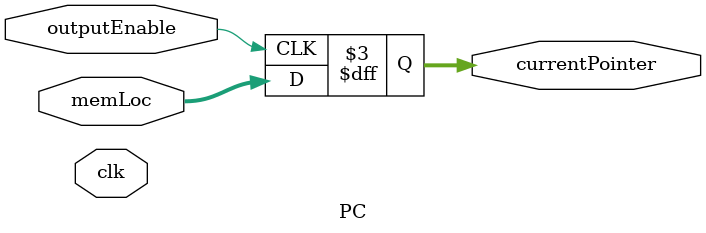
<source format=v>
/*
    * @author: Shubhayu Das
    * This is the program counter code
    * Simply takes in a memory location value and gives it out when output is enabled
    * Output enable is required because it's non-pipelined architecture here
*/

module PC(clk, memLoc, outputEnable, currentPointer);
    input outputEnable, clk;
    input [31:0]memLoc;
    output reg[31:0] currentPointer;

    initial currentPointer = 0;

    always@(posedge outputEnable) begin
        if(outputEnable)
            currentPointer = memLoc;

    end
endmodule

</source>
